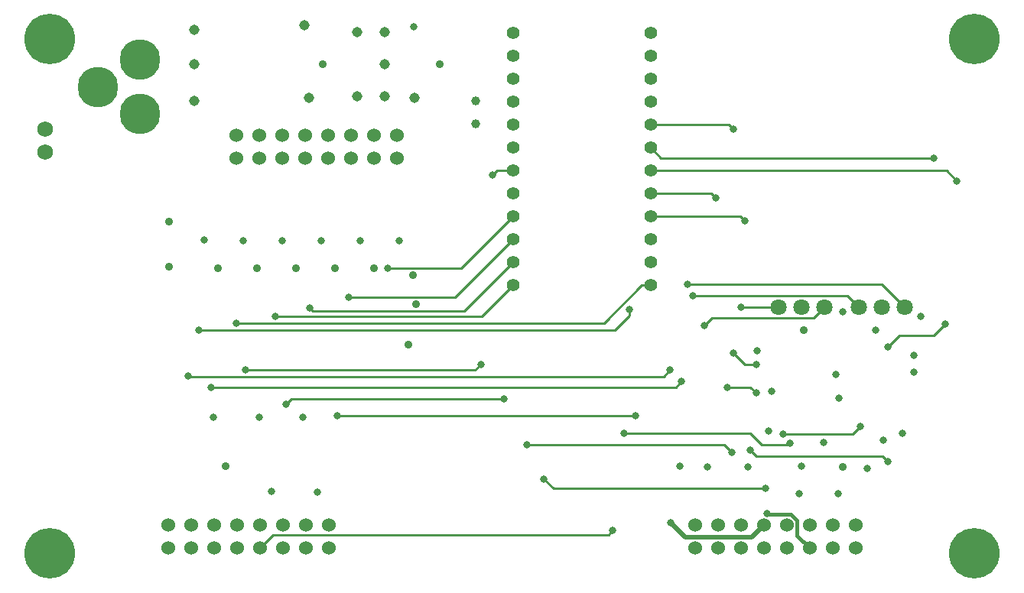
<source format=gbr>
%TF.GenerationSoftware,KiCad,Pcbnew,(6.0.10)*%
%TF.CreationDate,2024-07-31T13:49:43-04:00*%
%TF.ProjectId,min-evolver,6d696e2d-6576-46f6-9c76-65722e6b6963,rev?*%
%TF.SameCoordinates,Original*%
%TF.FileFunction,Copper,L4,Bot*%
%TF.FilePolarity,Positive*%
%FSLAX46Y46*%
G04 Gerber Fmt 4.6, Leading zero omitted, Abs format (unit mm)*
G04 Created by KiCad (PCBNEW (6.0.10)) date 2024-07-31 13:49:43*
%MOMM*%
%LPD*%
G01*
G04 APERTURE LIST*
%TA.AperFunction,ComponentPad*%
%ADD10C,5.600000*%
%TD*%
%TA.AperFunction,ComponentPad*%
%ADD11C,1.524000*%
%TD*%
%TA.AperFunction,ComponentPad*%
%ADD12C,4.500000*%
%TD*%
%TA.AperFunction,ComponentPad*%
%ADD13C,1.000000*%
%TD*%
%TA.AperFunction,ComponentPad*%
%ADD14C,1.800000*%
%TD*%
%TA.AperFunction,ComponentPad*%
%ADD15C,1.397000*%
%TD*%
%TA.AperFunction,ComponentPad*%
%ADD16C,1.750000*%
%TD*%
%TA.AperFunction,ViaPad*%
%ADD17C,1.143000*%
%TD*%
%TA.AperFunction,ViaPad*%
%ADD18C,0.889000*%
%TD*%
%TA.AperFunction,ViaPad*%
%ADD19C,0.800000*%
%TD*%
%TA.AperFunction,Conductor*%
%ADD20C,0.508000*%
%TD*%
%TA.AperFunction,Conductor*%
%ADD21C,0.250000*%
%TD*%
%TA.AperFunction,Conductor*%
%ADD22C,0.381000*%
%TD*%
G04 APERTURE END LIST*
D10*
%TO.P,H3,1,1*%
%TO.N,unconnected-(H3-Pad1)*%
X206375000Y-51562000D03*
%TD*%
%TO.P,H4,1,1*%
%TO.N,unconnected-(H4-Pad1)*%
X206375000Y-108585000D03*
%TD*%
%TO.P,H2,1,1*%
%TO.N,unconnected-(H2-Pad1)*%
X104013000Y-51562000D03*
%TD*%
%TO.P,H1,1,1*%
%TO.N,unconnected-(H1-Pad1)*%
X104013000Y-108585000D03*
%TD*%
D11*
%TO.P,P4,1,P1*%
%TO.N,/P-0*%
X142494000Y-62230000D03*
%TO.P,P4,2,P2*%
%TO.N,+12V*%
X142494000Y-64770000D03*
%TO.P,P4,3,P3*%
%TO.N,/P-1*%
X139954000Y-62230000D03*
%TO.P,P4,4,P4*%
%TO.N,+12V*%
X139954000Y-64770000D03*
%TO.P,P4,5,P5*%
%TO.N,/P-2*%
X137414000Y-62230000D03*
%TO.P,P4,6,P6*%
%TO.N,+12V*%
X137414000Y-64770000D03*
%TO.P,P4,7,P7*%
%TO.N,/P-3*%
X134874000Y-62230000D03*
%TO.P,P4,8,P8*%
%TO.N,+12V*%
X134874000Y-64770000D03*
%TO.P,P4,9,P9*%
%TO.N,/P-4*%
X132334000Y-62230000D03*
%TO.P,P4,10,P10*%
%TO.N,+12V*%
X132334000Y-64770000D03*
%TO.P,P4,11,P11*%
%TO.N,/P-5*%
X129794000Y-62230000D03*
%TO.P,P4,12,P12*%
%TO.N,+12V*%
X129794000Y-64770000D03*
%TO.P,P4,13,P13*%
%TO.N,unconnected-(P4-Pad13)*%
X127254000Y-62230000D03*
%TO.P,P4,14,P14*%
%TO.N,unconnected-(P4-Pad14)*%
X127254000Y-64770000D03*
%TO.P,P4,15,P15*%
%TO.N,unconnected-(P4-Pad15)*%
X124714000Y-62230000D03*
%TO.P,P4,16,P16*%
%TO.N,unconnected-(P4-Pad16)*%
X124714000Y-64770000D03*
%TD*%
D12*
%TO.P,CON1,1*%
%TO.N,+12V*%
X114046000Y-59896000D03*
%TO.P,CON1,2*%
%TO.N,GND*%
X114046000Y-53896000D03*
%TO.P,CON1,3*%
X109346000Y-56896000D03*
%TD*%
D13*
%TO.P,C15,1*%
%TO.N,Net-(C15-Pad1)*%
X151180800Y-58465400D03*
%TO.P,C15,2*%
%TO.N,GND*%
X151180800Y-60965400D03*
%TD*%
D14*
%TO.P,JP1,1,A*%
%TO.N,/OD90-0*%
X198704200Y-81280000D03*
%TO.P,JP1,2,C*%
%TO.N,/OD-0*%
X196164200Y-81280000D03*
%TO.P,JP1,3,B*%
%TO.N,/OD135-0*%
X193624200Y-81280000D03*
%TD*%
D15*
%TO.P,P1,1,P1*%
%TO.N,unconnected-(P1-Pad1)*%
X155321000Y-50927000D03*
%TO.P,P1,2,P2*%
%TO.N,+5V*%
X170561000Y-50927000D03*
%TO.P,P1,3,P3*%
%TO.N,unconnected-(P1-Pad3)*%
X155321000Y-53467000D03*
%TO.P,P1,4,P4*%
%TO.N,GND*%
X170561000Y-53467000D03*
%TO.P,P1,5,P5*%
%TO.N,Net-(C15-Pad1)*%
X155321000Y-56007000D03*
%TO.P,P1,6,P6*%
%TO.N,unconnected-(P1-Pad6)*%
X170561000Y-56007000D03*
%TO.P,P1,7,P7*%
%TO.N,GND*%
X155321000Y-58547000D03*
%TO.P,P1,8,P8*%
%TO.N,unconnected-(P1-Pad8)*%
X170561000Y-58547000D03*
%TO.P,P1,9,P9*%
%TO.N,/2*%
X155321000Y-61087000D03*
%TO.P,P1,10,P10*%
%TO.N,/A3*%
X170561000Y-61087000D03*
%TO.P,P1,11,P11*%
%TO.N,/3*%
X155321000Y-63627000D03*
%TO.P,P1,12,P12*%
%TO.N,/A2*%
X170561000Y-63627000D03*
%TO.P,P1,13,P13*%
%TO.N,/4*%
X155321000Y-66167000D03*
%TO.P,P1,14,P14*%
%TO.N,/A1*%
X170561000Y-66167000D03*
%TO.P,P1,15,P15*%
%TO.N,/5*%
X155321000Y-68707000D03*
%TO.P,P1,16,P16*%
%TO.N,/A0*%
X170561000Y-68707000D03*
%TO.P,P1,17,P17*%
%TO.N,/6*%
X155321000Y-71247000D03*
%TO.P,P1,18,P18*%
%TO.N,/13*%
X170561000Y-71247000D03*
%TO.P,P1,19,P19*%
%TO.N,/7*%
X155321000Y-73787000D03*
%TO.P,P1,20,P20*%
%TO.N,/12*%
X170561000Y-73787000D03*
%TO.P,P1,21,P21*%
%TO.N,/8*%
X155321000Y-76327000D03*
%TO.P,P1,22,P22*%
%TO.N,/11*%
X170561000Y-76327000D03*
%TO.P,P1,23,P23*%
%TO.N,/9*%
X155321000Y-78867000D03*
%TO.P,P1,24,P24*%
%TO.N,/10*%
X170561000Y-78867000D03*
%TD*%
D14*
%TO.P,JP2,1,A*%
%TO.N,/OD90-1*%
X189814200Y-81280000D03*
%TO.P,JP2,2,C*%
%TO.N,/OD-1*%
X187274200Y-81280000D03*
%TO.P,JP2,3,B*%
%TO.N,/OD135-1*%
X184734200Y-81280000D03*
%TD*%
D16*
%TO.P,P7,2,P2*%
%TO.N,GND*%
X103505000Y-64135000D03*
%TO.P,P7,1,P1*%
%TO.N,+12V*%
X103505000Y-61595000D03*
%TD*%
D11*
%TO.P,P2,1,P1*%
%TO.N,/FAN-0*%
X134924800Y-107950000D03*
%TO.P,P2,2,P2*%
%TO.N,+12V*%
X134924800Y-105410000D03*
%TO.P,P2,3,P3*%
%TO.N,unconnected-(P2-Pad3)*%
X132384800Y-107950000D03*
%TO.P,P2,4,P4*%
%TO.N,unconnected-(P2-Pad4)*%
X132384800Y-105410000D03*
%TO.P,P2,5,P5*%
%TO.N,/HTR-0*%
X129844800Y-107950000D03*
%TO.P,P2,6,P6*%
%TO.N,+12V*%
X129844800Y-105410000D03*
%TO.P,P2,7,P7*%
%TO.N,/TS-0*%
X127304800Y-107950000D03*
%TO.P,P2,8,P8*%
%TO.N,GND*%
X127304800Y-105410000D03*
%TO.P,P2,9,P9*%
%TO.N,/LED-0*%
X124764800Y-107950000D03*
%TO.P,P2,10,P10*%
%TO.N,+5V*%
X124764800Y-105410000D03*
%TO.P,P2,11,P11*%
%TO.N,/OD135-0*%
X122224800Y-107950000D03*
%TO.P,P2,12,P12*%
%TO.N,GND*%
X122224800Y-105410000D03*
%TO.P,P2,13,P13*%
%TO.N,/OD90-0*%
X119684800Y-107950000D03*
%TO.P,P2,14,P14*%
%TO.N,GND*%
X119684800Y-105410000D03*
%TO.P,P2,15,P15*%
%TO.N,unconnected-(P2-Pad15)*%
X117144800Y-107950000D03*
%TO.P,P2,16,P16*%
%TO.N,unconnected-(P2-Pad16)*%
X117144800Y-105410000D03*
%TD*%
%TO.P,P3,1,P1*%
%TO.N,/FAN-1*%
X193243200Y-107950000D03*
%TO.P,P3,2,P2*%
%TO.N,+12V*%
X193243200Y-105410000D03*
%TO.P,P3,3,P3*%
%TO.N,unconnected-(P3-Pad3)*%
X190703200Y-107950000D03*
%TO.P,P3,4,P4*%
%TO.N,unconnected-(P3-Pad4)*%
X190703200Y-105410000D03*
%TO.P,P3,5,P5*%
%TO.N,/HTR-1*%
X188163200Y-107950000D03*
%TO.P,P3,6,P6*%
%TO.N,+12V*%
X188163200Y-105410000D03*
%TO.P,P3,7,P7*%
%TO.N,/TS-1*%
X185623200Y-107950000D03*
%TO.P,P3,8,P8*%
%TO.N,GND*%
X185623200Y-105410000D03*
%TO.P,P3,9,P9*%
%TO.N,/LED-1*%
X183083200Y-107950000D03*
%TO.P,P3,10,P10*%
%TO.N,+5V*%
X183083200Y-105410000D03*
%TO.P,P3,11,P11*%
%TO.N,/OD135-1*%
X180543200Y-107950000D03*
%TO.P,P3,12,P12*%
%TO.N,GND*%
X180543200Y-105410000D03*
%TO.P,P3,13,P13*%
%TO.N,/OD90-1*%
X178003200Y-107950000D03*
%TO.P,P3,14,P14*%
%TO.N,GND*%
X178003200Y-105410000D03*
%TO.P,P3,15,P15*%
%TO.N,unconnected-(P3-Pad15)*%
X175463200Y-107950000D03*
%TO.P,P3,16,P16*%
%TO.N,unconnected-(P3-Pad16)*%
X175463200Y-105410000D03*
%TD*%
D17*
%TO.N,GND*%
X138049000Y-50800000D03*
D18*
X135636000Y-76970000D03*
D19*
X122123200Y-93472000D03*
D17*
X138049000Y-57912000D03*
D18*
X144272000Y-77731000D03*
X187528200Y-83820000D03*
X143764000Y-85445600D03*
D19*
X183591200Y-94996000D03*
X199720200Y-88519000D03*
D18*
X139954000Y-76970000D03*
D19*
X191846200Y-81788000D03*
D18*
X127000000Y-76970000D03*
X134239000Y-54356000D03*
X117246400Y-71839200D03*
D19*
X200482200Y-82296000D03*
D17*
X120015000Y-54356000D03*
D19*
X191084200Y-88696800D03*
D17*
X141097000Y-54356000D03*
D19*
X198450200Y-95250000D03*
X176809400Y-99009200D03*
X132080000Y-93472000D03*
X127203200Y-93472000D03*
X194538600Y-99110800D03*
D18*
X122682000Y-76970000D03*
D17*
X120015000Y-58420000D03*
X120015000Y-50546000D03*
D18*
X131318000Y-76970000D03*
D17*
X141097000Y-50800000D03*
D19*
X183972200Y-90633330D03*
D17*
X141097000Y-57912000D03*
D18*
X147193000Y-54356000D03*
X191795400Y-98976999D03*
D19*
X181330600Y-99009200D03*
%TO.N,+3V3*%
X189687200Y-96266000D03*
X195450917Y-83827692D03*
X199720200Y-86614000D03*
X196291200Y-96057001D03*
X182334500Y-86130899D03*
X144315200Y-50241200D03*
X191414400Y-91389200D03*
X187274200Y-98932499D03*
%TO.N,/A1*%
X204470000Y-67310000D03*
%TO.N,/A0*%
X182245000Y-90805000D03*
X179070000Y-90170000D03*
X177800000Y-69215000D03*
%TO.N,+12V*%
X125476000Y-73922000D03*
X128574800Y-101650800D03*
X121158000Y-73795000D03*
X133654800Y-101752400D03*
X187020200Y-101904800D03*
X129794000Y-73922000D03*
D18*
X144582832Y-80953000D03*
D19*
X142748000Y-73922000D03*
D17*
X132715000Y-58082800D03*
D19*
X134112000Y-73922000D03*
X138430000Y-73922000D03*
X191338200Y-101904800D03*
D18*
X117246400Y-76766800D03*
D19*
%TO.N,/A2*%
X203200000Y-83185000D03*
X201930000Y-64770000D03*
X196850000Y-85725000D03*
%TO.N,/A3*%
X182245000Y-87630000D03*
X179705000Y-61595000D03*
X179705000Y-86360000D03*
D17*
%TO.N,+5V*%
X132207000Y-50038000D03*
D18*
X123494800Y-98882200D03*
D17*
X144399000Y-58082800D03*
D19*
X173812200Y-98933000D03*
X172757500Y-105156000D03*
%TO.N,/HTR-1*%
X183474425Y-104105917D03*
%TO.N,/OD135-0*%
X121920000Y-90170000D03*
X175260000Y-80010000D03*
X173990000Y-89535000D03*
%TO.N,/OD90-0*%
X172720000Y-88265000D03*
X174625000Y-78740000D03*
X119380000Y-88900000D03*
%TO.N,/OD90-1*%
X176530000Y-83312000D03*
%TO.N,/OD135-1*%
X180594000Y-81280000D03*
%TO.N,/10*%
X124714000Y-83058000D03*
%TO.N,/11*%
X135890000Y-93345000D03*
X168910000Y-93345000D03*
%TO.N,/12*%
X168185500Y-81534000D03*
X120523000Y-83820000D03*
%TO.N,/13*%
X181610000Y-97155000D03*
X180975000Y-71755000D03*
X196850000Y-98425000D03*
%TO.N,/2*%
X130175000Y-92075000D03*
X154305000Y-91440000D03*
%TO.N,/3*%
X158750000Y-100330000D03*
X183283600Y-101368600D03*
%TO.N,/4*%
X153035000Y-66675000D03*
X151765000Y-87630000D03*
X125730000Y-88265000D03*
%TO.N,/5*%
X156845000Y-96520000D03*
X179501800Y-97358200D03*
%TO.N,/6*%
X141478000Y-76962000D03*
%TO.N,/7*%
X137080000Y-80184000D03*
%TO.N,/8*%
X132824224Y-81409347D03*
%TO.N,/9*%
X129032000Y-82296000D03*
%TO.N,/TS-0*%
X186004200Y-96393000D03*
X166370000Y-106045000D03*
X167640000Y-95250000D03*
%TO.N,/TS-1*%
X193751200Y-94488000D03*
X185242200Y-95300800D03*
%TD*%
D20*
%TO.N,+5V*%
X174335500Y-106734000D02*
X172757500Y-105156000D01*
X183083200Y-105410000D02*
X181759200Y-106734000D01*
X181759200Y-106734000D02*
X174335500Y-106734000D01*
D21*
%TO.N,/A1*%
X203327000Y-66167000D02*
X204470000Y-67310000D01*
X170561000Y-66167000D02*
X203327000Y-66167000D01*
%TO.N,/A0*%
X170561000Y-68707000D02*
X177292000Y-68707000D01*
X179070000Y-90170000D02*
X181610000Y-90170000D01*
X177292000Y-68707000D02*
X177800000Y-69215000D01*
X181610000Y-90170000D02*
X182245000Y-90805000D01*
%TO.N,/A2*%
X171704000Y-64770000D02*
X170561000Y-63627000D01*
X198120000Y-84455000D02*
X201930000Y-84455000D01*
X196850000Y-85725000D02*
X198120000Y-84455000D01*
X201930000Y-64770000D02*
X171704000Y-64770000D01*
X201930000Y-84455000D02*
X203200000Y-83185000D01*
%TO.N,/A3*%
X170561000Y-61087000D02*
X179197000Y-61087000D01*
X179197000Y-61087000D02*
X179705000Y-61595000D01*
X179705000Y-86360000D02*
X180975000Y-87630000D01*
X180975000Y-87630000D02*
X182245000Y-87630000D01*
D22*
%TO.N,/HTR-1*%
X186775700Y-106562500D02*
X186775700Y-104932618D01*
X183602903Y-104234395D02*
X183474425Y-104105917D01*
X183602903Y-104234395D02*
X186077477Y-104234395D01*
X188163200Y-107950000D02*
X186775700Y-106562500D01*
X186775700Y-104932618D02*
X186077477Y-104234395D01*
D21*
%TO.N,/OD135-0*%
X175260000Y-80010000D02*
X192354200Y-80010000D01*
X173355000Y-90170000D02*
X173990000Y-89535000D01*
X121920000Y-90170000D02*
X173355000Y-90170000D01*
X192354200Y-80010000D02*
X193624200Y-81280000D01*
%TO.N,/OD90-0*%
X119380000Y-88900000D02*
X119469500Y-88989500D01*
X174625000Y-78740000D02*
X196164200Y-78740000D01*
X196164200Y-78740000D02*
X198704200Y-81280000D01*
X171995500Y-88989500D02*
X172720000Y-88265000D01*
X119469500Y-88989500D02*
X171995500Y-88989500D01*
%TO.N,/OD90-1*%
X177336990Y-82505010D02*
X176530000Y-83312000D01*
X189814200Y-81280000D02*
X188589190Y-82505010D01*
X188589190Y-82505010D02*
X177336990Y-82505010D01*
%TO.N,/OD135-1*%
X180594000Y-81280000D02*
X184734200Y-81280000D01*
%TO.N,/10*%
X124714000Y-83058000D02*
X165382172Y-83058000D01*
X169573172Y-78867000D02*
X170561000Y-78867000D01*
X165382172Y-83058000D02*
X169573172Y-78867000D01*
%TO.N,/11*%
X168910000Y-93345000D02*
X135890000Y-93345000D01*
%TO.N,/12*%
X120523000Y-83820000D02*
X166624000Y-83820000D01*
X168185500Y-82258500D02*
X168185500Y-81534000D01*
X166624000Y-83820000D02*
X168185500Y-82258500D01*
%TO.N,/13*%
X180467000Y-71247000D02*
X170561000Y-71247000D01*
X196215000Y-97790000D02*
X182245000Y-97790000D01*
X182245000Y-97790000D02*
X181610000Y-97155000D01*
X180975000Y-71755000D02*
X180467000Y-71247000D01*
X196850000Y-98425000D02*
X196215000Y-97790000D01*
%TO.N,/2*%
X130810000Y-91440000D02*
X130175000Y-92075000D01*
X154305000Y-91440000D02*
X130810000Y-91440000D01*
%TO.N,/3*%
X183283600Y-101368600D02*
X159788600Y-101368600D01*
X159788600Y-101368600D02*
X158750000Y-100330000D01*
%TO.N,/4*%
X153543000Y-66167000D02*
X153035000Y-66675000D01*
X151130000Y-88265000D02*
X125730000Y-88265000D01*
X155321000Y-66167000D02*
X153543000Y-66167000D01*
X151765000Y-87630000D02*
X151130000Y-88265000D01*
%TO.N,/5*%
X178663600Y-96520000D02*
X179501800Y-97358200D01*
X156845000Y-96520000D02*
X178663600Y-96520000D01*
%TO.N,/6*%
X149606000Y-76962000D02*
X155321000Y-71247000D01*
X141478000Y-76962000D02*
X149606000Y-76962000D01*
%TO.N,/7*%
X148924000Y-80184000D02*
X155321000Y-73787000D01*
X137080000Y-80184000D02*
X148924000Y-80184000D01*
%TO.N,/8*%
X132824224Y-81409347D02*
X133136877Y-81722000D01*
X133136877Y-81722000D02*
X149926000Y-81722000D01*
X149926000Y-81722000D02*
X155321000Y-76327000D01*
%TO.N,/9*%
X151892000Y-82296000D02*
X155321000Y-78867000D01*
X129032000Y-82296000D02*
X151892000Y-82296000D01*
%TO.N,/TS-0*%
X182880000Y-96520000D02*
X185877200Y-96520000D01*
X167640000Y-95250000D02*
X181610000Y-95250000D01*
X185877200Y-96520000D02*
X186004200Y-96393000D01*
X165918000Y-106497000D02*
X166370000Y-106045000D01*
X127304800Y-107950000D02*
X128757800Y-106497000D01*
X128757800Y-106497000D02*
X165918000Y-106497000D01*
X181610000Y-95250000D02*
X182880000Y-96520000D01*
%TO.N,/TS-1*%
X192938400Y-95300800D02*
X193751200Y-94488000D01*
X185242200Y-95300800D02*
X192938400Y-95300800D01*
%TD*%
M02*

</source>
